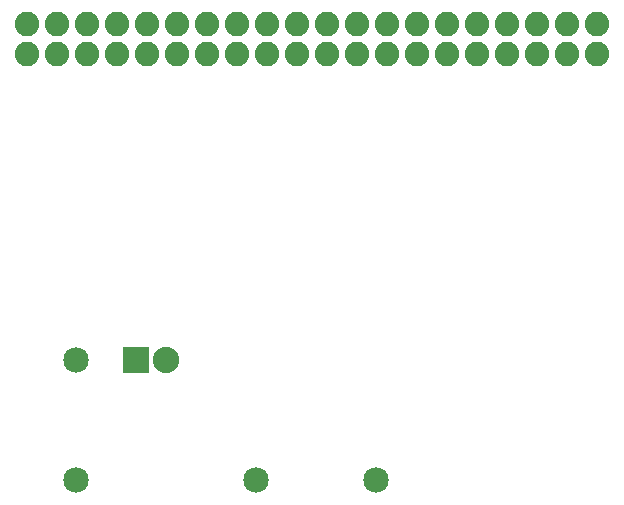
<source format=gts>
G04 MADE WITH FRITZING*
G04 WWW.FRITZING.ORG*
G04 DOUBLE SIDED*
G04 HOLES PLATED*
G04 CONTOUR ON CENTER OF CONTOUR VECTOR*
%ASAXBY*%
%FSLAX23Y23*%
%MOIN*%
%OFA0B0*%
%SFA1.0B1.0*%
%ADD10C,0.081889*%
%ADD11C,0.081917*%
%ADD12C,0.085000*%
%ADD13C,0.088000*%
%ADD14R,0.088000X0.088000*%
%LNMASK1*%
G90*
G70*
G54D10*
X338Y2017D03*
X438Y2017D03*
X538Y2017D03*
X638Y2017D03*
G54D11*
X738Y2017D03*
G54D10*
X838Y2017D03*
X938Y2017D03*
X1038Y2017D03*
X1138Y2017D03*
G54D11*
X1238Y2017D03*
G54D10*
X1338Y2017D03*
G54D11*
X1438Y2017D03*
G54D10*
X1538Y2017D03*
X1638Y2017D03*
X1738Y2017D03*
X1838Y2017D03*
G54D11*
X1938Y2017D03*
G54D10*
X2038Y2017D03*
X2138Y2017D03*
X2238Y2017D03*
X2238Y2117D03*
X2138Y2117D03*
X2038Y2117D03*
G54D11*
X1938Y2117D03*
G54D10*
X1838Y2117D03*
X1738Y2117D03*
X1638Y2117D03*
X1538Y2117D03*
G54D11*
X1438Y2117D03*
G54D10*
X1338Y2117D03*
G54D11*
X1238Y2117D03*
G54D10*
X1138Y2117D03*
X1038Y2117D03*
X938Y2117D03*
X838Y2117D03*
G54D11*
X738Y2117D03*
G54D10*
X638Y2117D03*
X538Y2117D03*
X438Y2117D03*
X338Y2117D03*
G54D12*
X1101Y597D03*
X1501Y597D03*
X501Y997D03*
X501Y597D03*
G54D13*
X701Y997D03*
X801Y997D03*
G54D14*
X701Y997D03*
G04 End of Mask1*
M02*
</source>
